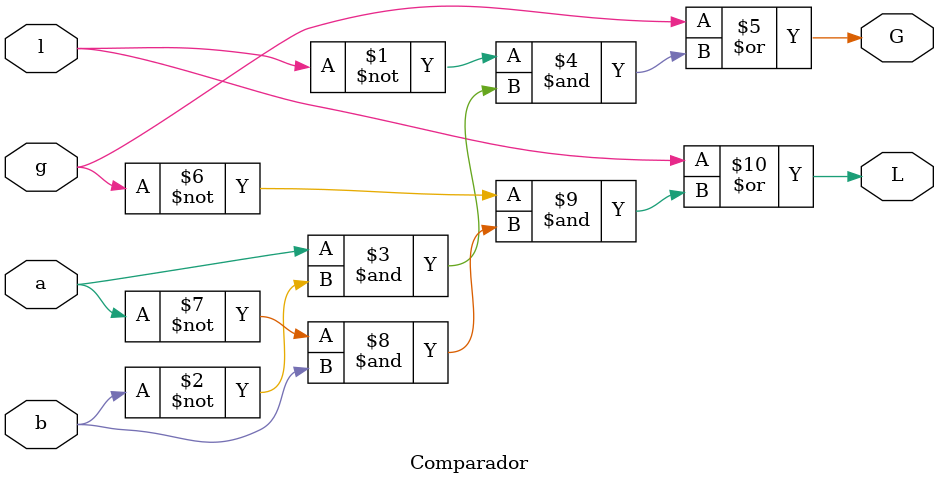
<source format=v>
`timescale 1 ns/100 ps

module Comparador (output G, L, input a, b, g, l);
	assign G = g | (~l & (a & ~b));
	assign L = l | (~g & (~a & b));
endmodule
</source>
